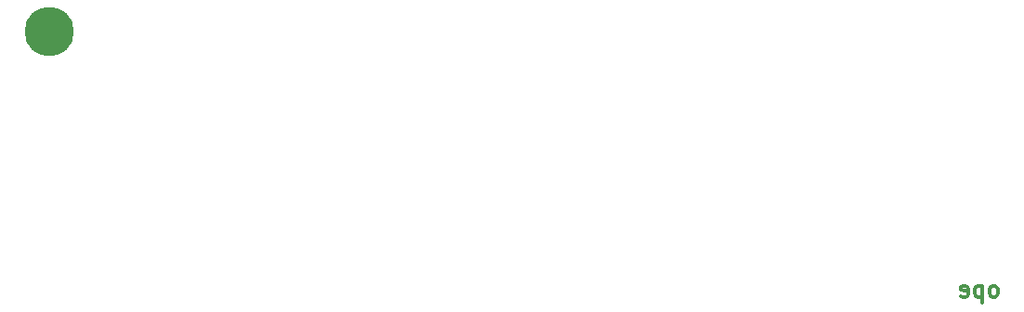
<source format=gbr>
G04 #@! TF.GenerationSoftware,KiCad,Pcbnew,(5.1.10-1-10_14)*
G04 #@! TF.CreationDate,2021-08-20T11:59:55-05:00*
G04 #@! TF.ProjectId,PCB-Keychains,5043422d-4b65-4796-9368-61696e732e6b,rev?*
G04 #@! TF.SameCoordinates,Original*
G04 #@! TF.FileFunction,Soldermask,Bot*
G04 #@! TF.FilePolarity,Negative*
%FSLAX46Y46*%
G04 Gerber Fmt 4.6, Leading zero omitted, Abs format (unit mm)*
G04 Created by KiCad (PCBNEW (5.1.10-1-10_14)) date 2021-08-20 11:59:55*
%MOMM*%
%LPD*%
G01*
G04 APERTURE LIST*
%ADD10C,0.375000*%
%ADD11C,4.500000*%
G04 APERTURE END LIST*
D10*
X98869821Y-159814821D02*
X99012678Y-159743392D01*
X99084107Y-159671964D01*
X99155535Y-159529107D01*
X99155535Y-159100535D01*
X99084107Y-158957678D01*
X99012678Y-158886250D01*
X98869821Y-158814821D01*
X98655535Y-158814821D01*
X98512678Y-158886250D01*
X98441250Y-158957678D01*
X98369821Y-159100535D01*
X98369821Y-159529107D01*
X98441250Y-159671964D01*
X98512678Y-159743392D01*
X98655535Y-159814821D01*
X98869821Y-159814821D01*
X97726964Y-158814821D02*
X97726964Y-160314821D01*
X97726964Y-158886250D02*
X97584107Y-158814821D01*
X97298392Y-158814821D01*
X97155535Y-158886250D01*
X97084107Y-158957678D01*
X97012678Y-159100535D01*
X97012678Y-159529107D01*
X97084107Y-159671964D01*
X97155535Y-159743392D01*
X97298392Y-159814821D01*
X97584107Y-159814821D01*
X97726964Y-159743392D01*
X95798392Y-159743392D02*
X95941250Y-159814821D01*
X96226964Y-159814821D01*
X96369821Y-159743392D01*
X96441250Y-159600535D01*
X96441250Y-159029107D01*
X96369821Y-158886250D01*
X96226964Y-158814821D01*
X95941250Y-158814821D01*
X95798392Y-158886250D01*
X95726964Y-159029107D01*
X95726964Y-159171964D01*
X96441250Y-159314821D01*
D11*
X12691250Y-135636250D03*
M02*

</source>
